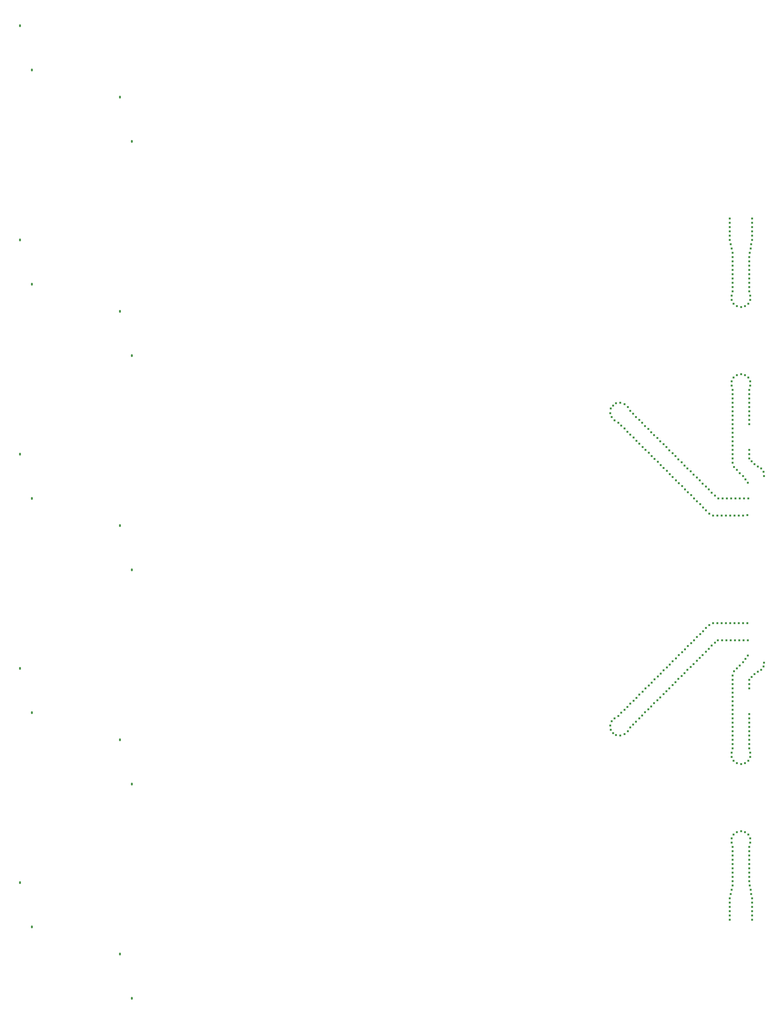
<source format=gbr>
%TF.GenerationSoftware,Altium Limited,Altium Designer,25.0.2 (28)*%
G04 Layer_Color=0*
%FSLAX45Y45*%
%MOMM*%
%TF.SameCoordinates,BFBE90A8-51B7-47FB-822D-EC39B52C7656*%
%TF.FilePolarity,Positive*%
%TF.FileFunction,Plated,1,3,Blind,Drill*%
%TF.Part,Single*%
G01*
G75*
%TA.AperFunction,ViaDrill,NotFilled*%
%ADD119C,0.40640*%
%ADD120C,0.45720*%
D119*
X20605750Y13581380D02*
D03*
X20593050Y13510260D02*
D03*
X20551140Y13451840D02*
D03*
X20386803Y17155161D02*
D03*
X20436333Y13373100D02*
D03*
X20492720Y13414249D02*
D03*
X20312379Y13704062D02*
D03*
X20270724Y13644881D02*
D03*
X20312379Y16775938D02*
D03*
X20605750Y16898621D02*
D03*
X20593050Y16969740D02*
D03*
X20551140Y17028160D02*
D03*
X20492720Y17065752D02*
D03*
X20270724Y16835120D02*
D03*
X20436333Y17106900D02*
D03*
X20386803Y13324840D02*
D03*
X20040219Y9612556D02*
D03*
X20023938Y9536356D02*
D03*
X20008850Y9460156D02*
D03*
X19994881Y9382760D02*
D03*
X20340207Y10298356D02*
D03*
X20045793D02*
D03*
X20192999Y10581640D02*
D03*
X20060413Y10518140D02*
D03*
X20029170Y10449560D02*
D03*
X20030440Y10373360D02*
D03*
X20119849Y10565130D02*
D03*
X20266151D02*
D03*
X20325587Y10518140D02*
D03*
X20356830Y10449560D02*
D03*
X20355560Y10373360D02*
D03*
X20340207Y10222156D02*
D03*
Y10145956D02*
D03*
Y9993556D02*
D03*
Y10069756D02*
D03*
Y9841156D02*
D03*
Y9917356D02*
D03*
Y9688756D02*
D03*
Y9764956D02*
D03*
X20045793Y10145956D02*
D03*
Y10222156D02*
D03*
Y9993556D02*
D03*
Y10069756D02*
D03*
Y9841156D02*
D03*
Y9917356D02*
D03*
Y9688756D02*
D03*
Y9764956D02*
D03*
X20345781Y9612556D02*
D03*
X20362062Y9536356D02*
D03*
X20377150Y9460156D02*
D03*
X20391119Y9382760D02*
D03*
Y9306560D02*
D03*
Y9230360D02*
D03*
Y9154160D02*
D03*
Y9077960D02*
D03*
Y9001760D02*
D03*
X19994881D02*
D03*
Y9077960D02*
D03*
Y9154160D02*
D03*
Y9230360D02*
D03*
Y9306560D02*
D03*
X20391119Y21173441D02*
D03*
Y21249640D02*
D03*
Y21325841D02*
D03*
Y21402040D02*
D03*
Y21478239D02*
D03*
X19994881D02*
D03*
Y21402040D02*
D03*
Y21325841D02*
D03*
Y21249640D02*
D03*
Y21173441D02*
D03*
Y21097240D02*
D03*
X20008850Y21019844D02*
D03*
X20023938Y20943645D02*
D03*
X20040219Y20867444D02*
D03*
X20340207Y20715044D02*
D03*
Y20791245D02*
D03*
Y20562643D02*
D03*
Y20638844D02*
D03*
Y20410245D02*
D03*
Y20486444D02*
D03*
Y20257845D02*
D03*
Y20334044D02*
D03*
X20045793Y20715044D02*
D03*
Y20791245D02*
D03*
Y20562643D02*
D03*
Y20638844D02*
D03*
Y20410245D02*
D03*
Y20486444D02*
D03*
Y20334044D02*
D03*
Y20257845D02*
D03*
Y12053644D02*
D03*
X20340207D02*
D03*
X20030440Y20106641D02*
D03*
X20029170Y20030440D02*
D03*
X20060413Y19961861D02*
D03*
X20119849Y19914870D02*
D03*
X20266151D02*
D03*
X20355560Y20106641D02*
D03*
X20356830Y20030440D02*
D03*
X20325587Y19961861D02*
D03*
X20192999Y19898360D02*
D03*
X20030440Y11978640D02*
D03*
X20029170Y11902440D02*
D03*
X20060413Y11833860D02*
D03*
X20119849Y11786870D02*
D03*
X20266151D02*
D03*
X20355560Y11978640D02*
D03*
X20356830Y11902440D02*
D03*
X20325587Y11833860D02*
D03*
X20192999Y11770360D02*
D03*
X18050256Y12278614D02*
D03*
X18123409Y12304268D02*
D03*
X18177510Y12359640D02*
D03*
X17973039Y12289028D02*
D03*
X17877028Y12385040D02*
D03*
X17866614Y12462256D02*
D03*
X17892268Y12535408D02*
D03*
X17947639Y12589510D02*
D03*
X17915636Y12327636D02*
D03*
Y18152364D02*
D03*
X20192999Y18709641D02*
D03*
X20228560Y16893539D02*
D03*
X20175220Y16949420D02*
D03*
X20121880Y17002760D02*
D03*
X20071191Y17059836D02*
D03*
X20340207Y17283356D02*
D03*
Y17207156D02*
D03*
Y17359557D02*
D03*
Y18350156D02*
D03*
Y18273956D02*
D03*
Y18121556D02*
D03*
Y18197755D02*
D03*
Y17892957D02*
D03*
Y17816756D02*
D03*
Y17969156D02*
D03*
Y18045357D02*
D03*
X20045793Y17207156D02*
D03*
Y17130956D02*
D03*
Y17816756D02*
D03*
Y17740556D02*
D03*
Y17588156D02*
D03*
Y17664355D02*
D03*
Y17359557D02*
D03*
Y17283356D02*
D03*
Y17435756D02*
D03*
Y17511955D02*
D03*
Y18121556D02*
D03*
Y18045357D02*
D03*
Y17892957D02*
D03*
Y17969156D02*
D03*
Y18273956D02*
D03*
Y18197755D02*
D03*
Y18350156D02*
D03*
X20227756Y13584348D02*
D03*
X20173875Y13530467D02*
D03*
X20119994Y13476585D02*
D03*
X20066112Y13422704D02*
D03*
X20045793Y13349043D02*
D03*
X20340207Y13272844D02*
D03*
X20045793Y12739444D02*
D03*
Y12815643D02*
D03*
Y12968044D02*
D03*
Y12891844D02*
D03*
Y13196645D02*
D03*
Y13272844D02*
D03*
Y13120444D02*
D03*
Y13044244D02*
D03*
Y12129844D02*
D03*
Y12206044D02*
D03*
Y12358444D02*
D03*
Y12282244D02*
D03*
Y12587044D02*
D03*
Y12663244D02*
D03*
Y12510844D02*
D03*
Y12434644D02*
D03*
X20340207Y12663244D02*
D03*
Y13120444D02*
D03*
Y13196645D02*
D03*
Y12358444D02*
D03*
Y12434644D02*
D03*
Y12587044D02*
D03*
Y12510844D02*
D03*
Y12206044D02*
D03*
Y12282244D02*
D03*
Y12129844D02*
D03*
X20045793Y18426357D02*
D03*
X20340207D02*
D03*
X20060413Y18646140D02*
D03*
X20029170Y18577560D02*
D03*
X20030440Y18501360D02*
D03*
X20119849Y18693130D02*
D03*
X20266151D02*
D03*
X20325587Y18646140D02*
D03*
X20356830Y18577560D02*
D03*
X20355560Y18501360D02*
D03*
X20340207Y20181644D02*
D03*
X20045793D02*
D03*
X20320000Y16497301D02*
D03*
X20154900Y16195599D02*
D03*
X20231100Y16197580D02*
D03*
X20307300Y16200121D02*
D03*
X19850101Y16195599D02*
D03*
X19926300D02*
D03*
X20078700D02*
D03*
X20002499D02*
D03*
X20167599Y16500398D02*
D03*
X20243800Y16499840D02*
D03*
X20015199Y16500398D02*
D03*
X20091400D02*
D03*
X19939000D02*
D03*
X19697701Y16195599D02*
D03*
X18927669Y16932150D02*
D03*
X18981549Y16878268D02*
D03*
X19089313Y16770506D02*
D03*
X19035431Y16824387D02*
D03*
X19250957Y16608861D02*
D03*
X19304839Y16554980D02*
D03*
X19197075Y16662743D02*
D03*
X19143195Y16716624D02*
D03*
X19574246Y16285571D02*
D03*
X19628127Y16231689D02*
D03*
X19773900Y16195599D02*
D03*
X19466483Y16393335D02*
D03*
X19520364Y16339453D02*
D03*
X19412601Y16447217D02*
D03*
X19358720Y16501099D02*
D03*
X18065562Y17794255D02*
D03*
X18119444Y17740373D02*
D03*
X18227208Y17632610D02*
D03*
X18173326Y17686491D02*
D03*
X18388852Y17470966D02*
D03*
X18442734Y17417084D02*
D03*
X18334972Y17524847D02*
D03*
X18281088Y17578729D02*
D03*
X18712141Y17147676D02*
D03*
X18766023Y17093794D02*
D03*
X18873785Y16986032D02*
D03*
X18819904Y17039912D02*
D03*
X18604378Y17255440D02*
D03*
X18658260Y17201558D02*
D03*
X18550497Y17309322D02*
D03*
X18496616Y17363203D02*
D03*
X19081969Y17194214D02*
D03*
X19135851Y17140332D02*
D03*
X19243613Y17032568D02*
D03*
X19189731Y17086452D02*
D03*
X19405257Y16870924D02*
D03*
X19459138Y16817043D02*
D03*
X19351376Y16924806D02*
D03*
X19297495Y16978688D02*
D03*
X19728548Y16547636D02*
D03*
X19786600Y16500398D02*
D03*
X19862801D02*
D03*
X19620782Y16655399D02*
D03*
X19674664Y16601517D02*
D03*
X19566902Y16709280D02*
D03*
X19513020Y16763162D02*
D03*
X18650916Y17625266D02*
D03*
X18704797Y17571385D02*
D03*
X18812561Y17463622D02*
D03*
X18758679Y17517503D02*
D03*
X18974205Y17301978D02*
D03*
X19028087Y17248096D02*
D03*
X18920325Y17355859D02*
D03*
X18866441Y17409740D02*
D03*
X18435390Y17840791D02*
D03*
X18489272Y17786911D02*
D03*
X18597034Y17679147D02*
D03*
X18543153Y17733029D02*
D03*
X18327628Y17948555D02*
D03*
X18381508Y17894675D02*
D03*
X18273746Y18002437D02*
D03*
X18011682Y17848135D02*
D03*
X18219864Y18056319D02*
D03*
X20078700Y14284401D02*
D03*
X20154900D02*
D03*
X20307300D02*
D03*
X20231100D02*
D03*
X19773900D02*
D03*
X19850101D02*
D03*
X20002499D02*
D03*
X19926300D02*
D03*
X20165060Y13979601D02*
D03*
X20241260D02*
D03*
X20317461D02*
D03*
X20012660D02*
D03*
X20088860D02*
D03*
X19936459D02*
D03*
X19860260D02*
D03*
X18873785Y13493968D02*
D03*
X18927669Y13547850D02*
D03*
X19035431Y13655614D02*
D03*
X18981549Y13601730D02*
D03*
X19197075Y13817258D02*
D03*
X19250957Y13871140D02*
D03*
X19143195Y13763376D02*
D03*
X19089313Y13709494D02*
D03*
X19520364Y14140547D02*
D03*
X19574246Y14194427D02*
D03*
X19697701Y14284401D02*
D03*
X19628127Y14248309D02*
D03*
X19412601Y14032784D02*
D03*
X19466483Y14086665D02*
D03*
X19358720Y13978902D02*
D03*
X19304839Y13925020D02*
D03*
X18011682Y12631864D02*
D03*
X18065562Y12685745D02*
D03*
X18173326Y12793508D02*
D03*
X18119444Y12739627D02*
D03*
X18334972Y12955153D02*
D03*
X18388852Y13009035D02*
D03*
X18281088Y12901271D02*
D03*
X18227208Y12847391D02*
D03*
X18658260Y13278442D02*
D03*
X18712141Y13332324D02*
D03*
X18819904Y13440086D02*
D03*
X18766023Y13386205D02*
D03*
X18550497Y13170679D02*
D03*
X18604378Y13224561D02*
D03*
X18496616Y13116797D02*
D03*
X18442734Y13062917D02*
D03*
X19081969Y13285786D02*
D03*
X19135851Y13339668D02*
D03*
X19243613Y13447430D02*
D03*
X19189731Y13393549D02*
D03*
X19405257Y13609074D02*
D03*
X19459138Y13662956D02*
D03*
X19351376Y13555194D02*
D03*
X19297495Y13501312D02*
D03*
X19728548Y13932364D02*
D03*
X19784061Y13979601D02*
D03*
X19620782Y13824602D02*
D03*
X19674664Y13878484D02*
D03*
X19566902Y13770720D02*
D03*
X19513020Y13716838D02*
D03*
X18650916Y12854733D02*
D03*
X18704797Y12908615D02*
D03*
X18812561Y13016377D02*
D03*
X18758679Y12962497D02*
D03*
X18974205Y13178023D02*
D03*
X19028087Y13231905D02*
D03*
X18920325Y13124141D02*
D03*
X18866441Y13070261D02*
D03*
X18435390Y12639208D02*
D03*
X18489272Y12693089D02*
D03*
X18597034Y12800851D02*
D03*
X18543153Y12746971D02*
D03*
X18327628Y12531445D02*
D03*
X18381508Y12585326D02*
D03*
X18273746Y12477563D02*
D03*
X18219864Y12423682D02*
D03*
X18177510Y18120360D02*
D03*
X18123409Y18175732D02*
D03*
X18050256Y18201385D02*
D03*
X17973039Y18190971D02*
D03*
X17877028Y18094960D02*
D03*
X17947639Y17890491D02*
D03*
X17892268Y17944592D02*
D03*
X17866614Y18017744D02*
D03*
X20391119Y21097240D02*
D03*
X20377150Y21019844D02*
D03*
X20362062Y20943645D02*
D03*
X20345781Y20867444D02*
D03*
D120*
X9357790Y7607810D02*
D03*
X9147090Y8395210D02*
D03*
X7579790Y8877810D02*
D03*
X7369090Y9665210D02*
D03*
X9357790Y11417810D02*
D03*
X9147090Y12205210D02*
D03*
X7579790Y12687810D02*
D03*
X7369090Y13475211D02*
D03*
X9357790Y15227811D02*
D03*
X9147090Y16015210D02*
D03*
X7579790Y16497810D02*
D03*
X7369090Y17285210D02*
D03*
X9357790Y19037810D02*
D03*
X9147090Y19825211D02*
D03*
X7579790Y20307809D02*
D03*
X7369090Y21095210D02*
D03*
X9357790Y22847810D02*
D03*
X9147600Y23634700D02*
D03*
X7579790Y24117810D02*
D03*
X7369600Y24904700D02*
D03*
%TF.MD5,b7f1960c76eec9987be5eac0afcb996d*%
M02*

</source>
